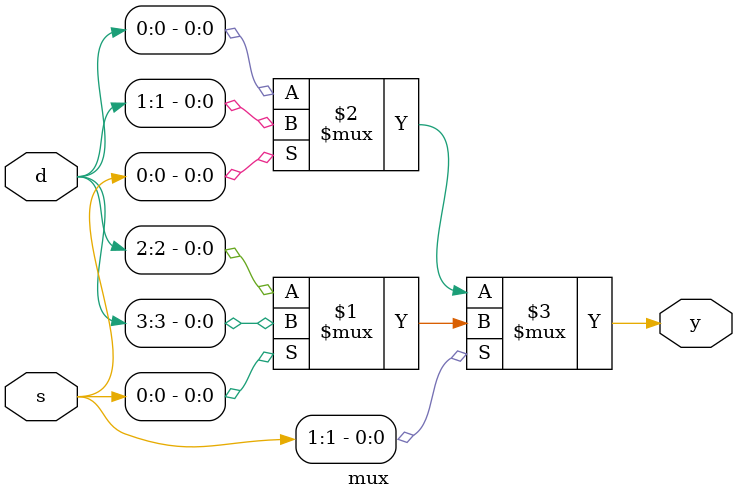
<source format=v>
`timescale 1ns / 1ps


module mux(
    input [3:0] d,
    input [1:0] s,
    output y
    );
assign y= s[1]? s[0]? d[3]: d[2] : s[0]? d[1] : d[0];
endmodule

</source>
